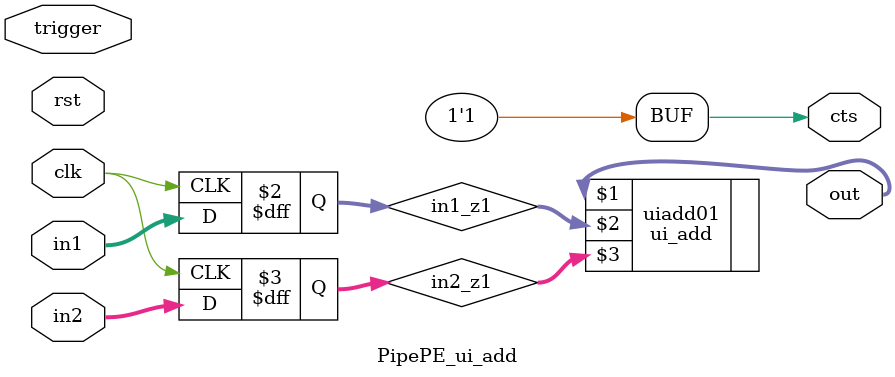
<source format=v>


// =============================================================================
// ** Local Macros (arithmetic core) 
// =============================================================================
`define OP_uiadd ui_add // which module to use for UI addition

module PipePE_ui_add
#(
// =============================================================================
// ** Parameters 
// =============================================================================
// Size of word 
  parameter N = 64 
)

(
// =============================================================================
// ** Ports 
// =============================================================================
  input           clk,
  input           rst, //redundant
  input           trigger, //redundant
  output          cts, // Always asserted for ALWAYS-ON modules


  output [N-1:0]  out,
  input  [N-1:0]  in1,
  input  [N-1:0]  in2
);

// =============================================================================
// ** Procedures and assignments
// =============================================================================

//registered inputs for pipelining stage
reg [N-1:0]  in1_z1;
reg [N-1:0]  in2_z1;

always @(posedge clk) begin
  in1_z1 <= in1;
  in2_z1 <= in2;
end

//The FU computing output 
`OP_uiadd #(N) uiadd01 (out, in1_z1, in2_z1);

// cts set to 1 for ALWAYS-ON PEs
assign cts = 1'b1;

endmodule

// =============================================================================
// ** UNDEFINE Local Macros  
// =============================================================================
`undef OP_uiadd 


</source>
